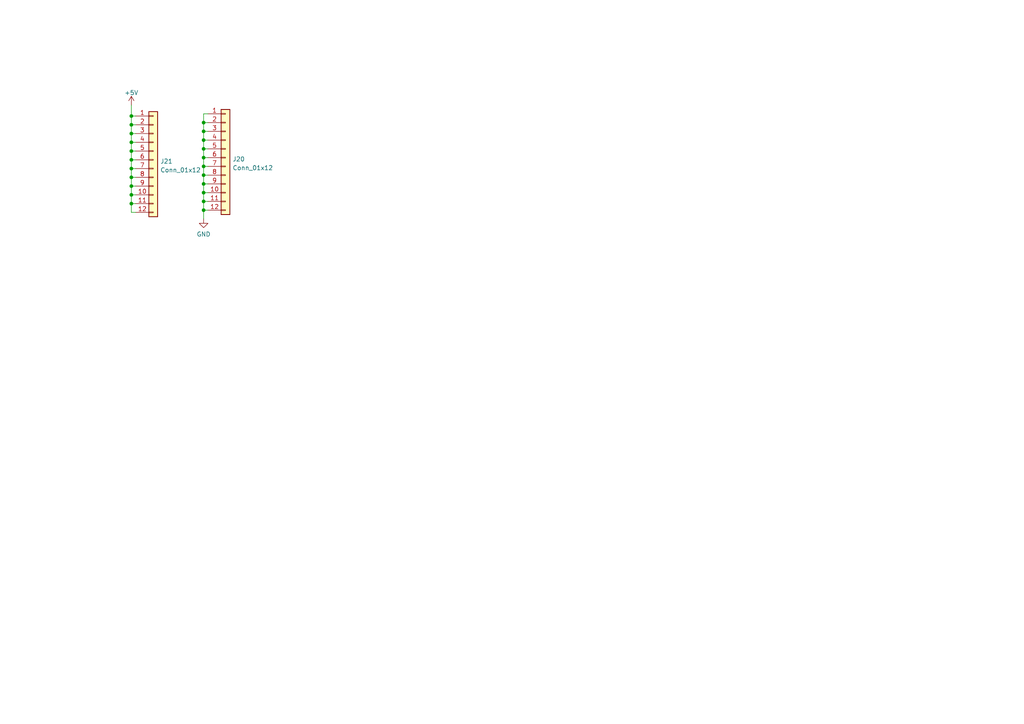
<source format=kicad_sch>
(kicad_sch (version 20230121) (generator eeschema)
  (paper "A4")
  (title_block (title "Unicomp v2 - empty Board") (date "2023-07-06") (rev "v1") (company "100% Offner") (comment 1 "v1: Initial"))
  (lib_symbols
    (symbol "Connector_Generic:Conn_01x12" (pin_names (offset 1.016) hide)
      (property "Reference" "J" (at 0 15.24 0))
      (property "Value" "Conn_01x12" (at 0 -17.78 0))
      (symbol "Conn_01x12_1_1"
        (rectangle (start -1.27 -15.113) (end 0 -15.367) (stroke (width 0.1524)))
        (rectangle (start -1.27 -12.573) (end 0 -12.827) (stroke (width 0.1524)))
        (rectangle (start -1.27 -10.033) (end 0 -10.287) (stroke (width 0.1524)))
        (rectangle (start -1.27 -7.493) (end 0 -7.747) (stroke (width 0.1524)))
        (rectangle (start -1.27 -4.953) (end 0 -5.207) (stroke (width 0.1524)))
        (rectangle (start -1.27 -2.413) (end 0 -2.667) (stroke (width 0.1524)))
        (rectangle (start -1.27 0.127) (end 0 -0.127) (stroke (width 0.1524)))
        (rectangle (start -1.27 2.667) (end 0 2.413) (stroke (width 0.1524)))
        (rectangle (start -1.27 5.207) (end 0 4.953) (stroke (width 0.1524)))
        (rectangle (start -1.27 7.747) (end 0 7.493) (stroke (width 0.1524)))
        (rectangle (start -1.27 10.287) (end 0 10.033) (stroke (width 0.1524)))
        (rectangle (start -1.27 12.827) (end 0 12.573) (stroke (width 0.1524)))
        (rectangle (start -1.27 13.97) (end 1.27 -16.51) (stroke (width 0.254)) (fill (type background)))
        (pin passive line (at -5.08 12.7 0) (length 3.81) (name "Pin_1") (number "1"))
        (pin passive line (at -5.08 -10.16 0) (length 3.81) (name "Pin_10") (number "10"))
        (pin passive line (at -5.08 -12.7 0) (length 3.81) (name "Pin_11") (number "11"))
        (pin passive line (at -5.08 -15.24 0) (length 3.81) (name "Pin_12") (number "12"))
        (pin passive line (at -5.08 10.16 0) (length 3.81) (name "Pin_2") (number "2"))
        (pin passive line (at -5.08 7.62 0) (length 3.81) (name "Pin_3") (number "3"))
        (pin passive line (at -5.08 5.08 0) (length 3.81) (name "Pin_4") (number "4"))
        (pin passive line (at -5.08 2.54 0) (length 3.81) (name "Pin_5") (number "5"))
        (pin passive line (at -5.08 0 0) (length 3.81) (name "Pin_6") (number "6"))
        (pin passive line (at -5.08 -2.54 0) (length 3.81) (name "Pin_7") (number "7"))
        (pin passive line (at -5.08 -5.08 0) (length 3.81) (name "Pin_8") (number "8"))
        (pin passive line (at -5.08 -7.62 0) (length 3.81) (name "Pin_9") (number "9"))
      )
    )
    (symbol "power:+5V" (power) (pin_names (offset 0))
      (property "Value" "+5V" (at 0 3.556 0))
      (symbol "+5V_0_1"
        (polyline (pts (xy -0.762 1.27) (xy 0 2.54)))
        (polyline (pts (xy 0 0) (xy 0 2.54)))
        (polyline (pts (xy 0 2.54) (xy 0.762 1.27)))
      )
      (symbol "+5V_1_1"
        (pin power_in line (at 0 0 90) (length 0) hide (name "+5V") (number "1"))
      )
    )
    (symbol "power:GND" (power) (pin_names (offset 0))
      (property "Value" "GND" (at 0 -3.81 0))
      (symbol "GND_0_1"
        (polyline (pts (xy 0 0) (xy 0 -1.27) (xy 1.27 -1.27) (xy 0 -2.54) (xy -1.27 -1.27) (xy 0 -1.27)))
      )
      (symbol "GND_1_1"
        (pin power_in line (at 0 0 270) (length 0) hide (name "GND") (number "1"))
      )
    )
  )
  (junction (at 59.055 40.64))
  (junction (at 38.1 59.055))
  (junction (at 59.055 58.42))
  (junction (at 38.1 53.975))
  (junction (at 59.055 60.96))
  (junction (at 38.1 48.895))
  (junction (at 38.1 51.435))
  (junction (at 59.055 45.72))
  (junction (at 59.055 38.1))
  (junction (at 38.1 56.515))
  (junction (at 38.1 33.655))
  (junction (at 59.055 48.26))
  (junction (at 38.1 36.195))
  (junction (at 38.1 41.275))
  (junction (at 59.055 50.8))
  (junction (at 38.1 46.355))
  (junction (at 38.1 38.735))
  (junction (at 59.055 53.34))
  (junction (at 59.055 55.88))
  (junction (at 59.055 43.18))
  (junction (at 38.1 43.815))
  (junction (at 59.055 35.56))
  (wire (pts (xy 59.055 35.56) (xy 60.325 35.56)))
  (wire (pts (xy 59.055 48.26) (xy 59.055 50.8)))
  (wire (pts (xy 38.1 38.735) (xy 38.1 41.275)))
  (wire (pts (xy 38.1 43.815) (xy 38.1 46.355)))
  (wire (pts (xy 39.37 33.655) (xy 38.1 33.655)))
  (wire (pts (xy 38.1 48.895) (xy 39.37 48.895)))
  (wire (pts (xy 38.1 61.595) (xy 39.37 61.595)))
  (wire (pts (xy 38.1 56.515) (xy 38.1 59.055)))
  (wire (pts (xy 38.1 46.355) (xy 39.37 46.355)))
  (wire (pts (xy 38.1 51.435) (xy 39.37 51.435)))
  (wire (pts (xy 59.055 60.96) (xy 60.325 60.96)))
  (wire (pts (xy 59.055 53.34) (xy 60.325 53.34)))
  (wire (pts (xy 38.1 33.655) (xy 38.1 36.195)))
  (wire (pts (xy 38.1 43.815) (xy 39.37 43.815)))
  (wire (pts (xy 59.055 40.64) (xy 59.055 43.18)))
  (wire (pts (xy 38.1 59.055) (xy 39.37 59.055)))
  (wire (pts (xy 59.055 50.8) (xy 59.055 53.34)))
  (wire (pts (xy 38.1 51.435) (xy 38.1 53.975)))
  (wire (pts (xy 59.055 50.8) (xy 60.325 50.8)))
  (wire (pts (xy 38.1 59.055) (xy 38.1 61.595)))
  (wire (pts (xy 38.1 48.895) (xy 38.1 51.435)))
  (wire (pts (xy 59.055 58.42) (xy 60.325 58.42)))
  (wire (pts (xy 38.1 41.275) (xy 39.37 41.275)))
  (wire (pts (xy 59.055 58.42) (xy 59.055 60.96)))
  (wire (pts (xy 38.1 36.195) (xy 38.1 38.735)))
  (wire (pts (xy 59.055 38.1) (xy 59.055 40.64)))
  (wire (pts (xy 59.055 48.26) (xy 60.325 48.26)))
  (wire (pts (xy 59.055 45.72) (xy 59.055 48.26)))
  (wire (pts (xy 38.1 41.275) (xy 38.1 43.815)))
  (wire (pts (xy 59.055 43.18) (xy 59.055 45.72)))
  (wire (pts (xy 59.055 53.34) (xy 59.055 55.88)))
  (wire (pts (xy 59.055 60.96) (xy 59.055 63.5)))
  (wire (pts (xy 59.055 43.18) (xy 60.325 43.18)))
  (wire (pts (xy 59.055 55.88) (xy 59.055 58.42)))
  (wire (pts (xy 38.1 30.48) (xy 38.1 33.655)))
  (wire (pts (xy 38.1 36.195) (xy 39.37 36.195)))
  (wire (pts (xy 59.055 45.72) (xy 60.325 45.72)))
  (wire (pts (xy 59.055 55.88) (xy 60.325 55.88)))
  (wire (pts (xy 38.1 38.735) (xy 39.37 38.735)))
  (wire (pts (xy 38.1 53.975) (xy 39.37 53.975)))
  (wire (pts (xy 38.1 46.355) (xy 38.1 48.895)))
  (wire (pts (xy 59.055 38.1) (xy 60.325 38.1)))
  (wire (pts (xy 59.055 33.02) (xy 59.055 35.56)))
  (wire (pts (xy 59.055 35.56) (xy 59.055 38.1)))
  (wire (pts (xy 59.055 40.64) (xy 60.325 40.64)))
  (wire (pts (xy 38.1 53.975) (xy 38.1 56.515)))
  (wire (pts (xy 38.1 56.515) (xy 39.37 56.515)))
  (wire (pts (xy 60.325 33.02) (xy 59.055 33.02)))
  (symbol (lib_id "Connector_Generic:Conn_01x12") (at 44.45 46.355 0) (unit 1)
    (property "Reference" "J21" (at 46.482 46.7903 0) (effects (justify left)))
    (property "Value" "Conn_01x12" (at 46.482 49.3272 0) (effects (justify left)))
    (property "Footprint" "Connector_PinHeader_2.54mm:PinHeader_1x12_P2.54mm_Vertical" (effects hide))
  )
  (symbol (lib_id "power:GND") (at 59.055 63.5 0) (mirror y) (unit 1)
    (property "Reference" "#PWR040" (effects hide))
    (property "Value" "GND" (at 59.055 67.9434 0))
  )
  (symbol (lib_id "power:+5V") (at 38.1 30.48 0) (unit 1)
    (property "Reference" "#PWR039" (effects hide))
    (property "Value" "+5V" (at 38.1 26.9042 0))
  )
  (symbol (lib_id "Connector_Generic:Conn_01x12") (at 65.405 45.72 0) (unit 1)
    (property "Reference" "J20" (at 67.437 46.1553 0) (effects (justify left)))
    (property "Value" "Conn_01x12" (at 67.437 48.6922 0) (effects (justify left)))
    (property "Footprint" "Connector_PinHeader_2.54mm:PinHeader_1x12_P2.54mm_Vertical" (effects hide))
  )
)
</source>
